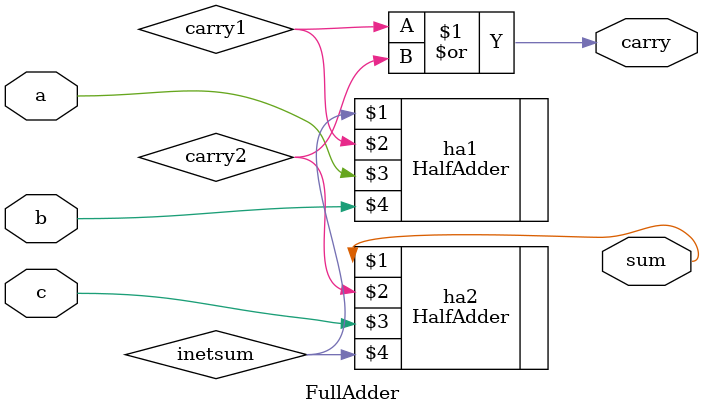
<source format=v>
`ifndef _FA_V_
`define _FA_V_ 

`include "ha.v"

module FullAdder(sum, carry, a, b, c);

output sum, carry;
input a, b, c;

wire inetsum, carry1, carry2;

HalfAdder ha1(inetsum, carry1, a, b);
HalfAdder ha2(sum, carry2, c, inetsum);

assign carry = carry1 | carry2;

endmodule

`endif
</source>
